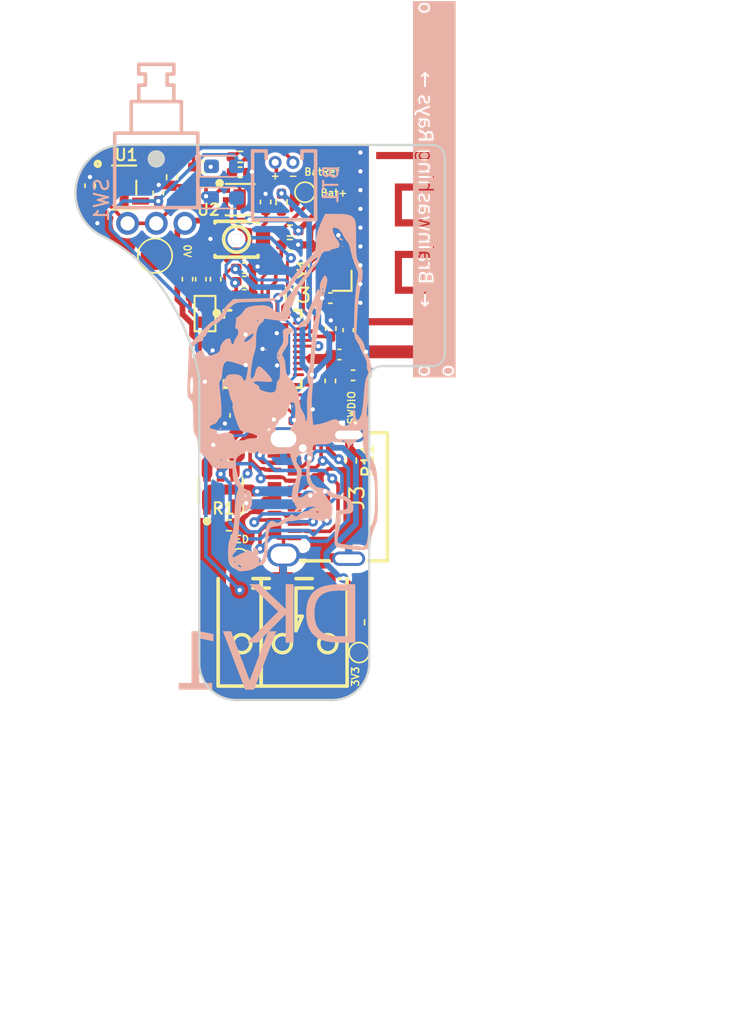
<source format=kicad_pcb>
(kicad_pcb (version 20221018) (generator pcbnew)
  (title_block (title "BLEEarrings (Blade Runner)") (date "2023-10-30") (rev "00.00") (company "Kitty and Dom"))
  (layers (0 "F.Cu" signal) (31 "B.Cu" signal) (34 "B.Paste" user) (35 "F.Paste" user) (36 "B.SilkS" user "B.Silkscreen") (37 "F.SilkS" user "F.Silkscreen") (38 "B.Mask" user) (39 "F.Mask" user) (44 "Edge.Cuts" user))
  (net 0 "")
  (net 1 "GND")
  (net 2 "+3V3")
  (net 3 "Net-(D4-K)")
  (net 4 "LED_A")
  (net 5 "NEO_LED")
  (net 6 "BatRef")
  (net 7 "+BATT")
  (net 8 "Net-(ANT1-FP)")
  (net 9 "/Power/VBAT")
  (net 10 "Net-(BT1--)")
  (net 11 "Net-(J2-Pin_1)")
  (net 12 "Net-(U3-DEC1)")
  (net 13 "Net-(U3-XC1)")
  (net 14 "Net-(C5-Pad1)")
  (net 15 "DEC6")
  (net 16 "Net-(U3-ANT)")
  (net 17 "Net-(U3-DECUSB)")
  (net 18 "/DSP/VBUS")
  (net 19 "Net-(U3-DEC3)")
  (net 20 "Pair")
  (net 21 "Net-(U3-P0.01_XL2)")
  (net 22 "Net-(U3-P0.00_XL1)")
  (net 23 "Net-(BT1-+)")
  (net 24 "Net-(D1-K)")
  (net 25 "Net-(U3-XC2)")
  (net 26 "D+")
  (net 27 "D-")
  (net 29 "/DSP/nReset")
  (net 31 "Net-(U1-STAT)")
  (net 32 "Net-(U1-PROG)")
  (net 45 "SWO_L")
  (net 46 "unconnected-(U3-P0.17-Pad15)")
  (net 48 "Net-(D2-I{slash}O1-Pad1)")
  (net 49 "Net-(D2-I{slash}O2-Pad3)")
  (net 50 "SWDIO_L")
  (net 51 "SWDCLK_L")
  (net 52 "Net-(U3-P0.18_nRESET)")
  (net 53 "Net-(U3-P0.20)")
  (net 54 "Net-(U3-SWDCLK)")
  (net 55 "Net-(U3-SWDIO)")
  (net 56 "Net-(J3-CC1)")
  (net 57 "Net-(J3-CC2)")
  (footprint "Resistor_SMD:R_0201_0603Metric" (layer "F.Cu") (at 142.75 60.19 90)
    (fp_text reference "R5" hide)
    (fp_text value "NF")
  )
  (footprint "easyeda2kicad:WDFN-6_L2.0-W2.0-P0.65-BL-EP" (layer "F.Cu") (at 141.08 45.88 -90)
    (fp_text reference "U2")
    (fp_text value "XB6096I2SV")
  )
  (footprint "easyeda2kicad:TYPE-C-SMD_C9900025773" (layer "F.Cu") (at 146.1 66.62 90)
    (fp_text reference "J3")
    (fp_text value "USB_C_Receptacle")
  )
  (footprint "easyeda2kicad:CONN-SMD_2059-302" (layer "F.Cu") (at 145.58 76.23 -90)
    (fp_text reference "J2" hide)
    (fp_text value "Screw_Terminal_01x02")
  )
  (footprint "Resistor_SMD:R_0402_1005Metric_Pad0.72x0.64mm_HandSolder" (layer "F.Cu") (at 136.36 44.3125 -90)
    (fp_text reference "R4" hide)
    (fp_text value "4k99")
  )
  (footprint "easyeda2kicad:SOT-23-6_L2.9-W1.6-P0.95-LS2.8-BL" (layer "F.Cu") (at 139.75 66.18)
    (fp_text reference "D2")
    (fp_text value "USBLC6-2SC6_C2687116")
  )
  (footprint "Resistor_SMD:R_0402_1005Metric_Pad0.72x0.64mm_HandSolder" (layer "F.Cu") (at 149.42 75.3825 90)
    (fp_text reference "R9" hide)
    (fp_text value "470")
  )
  (footprint "Capacitor_SMD:C_0402_1005Metric_Pad0.74x0.62mm_HandSolder" (layer "F.Cu") (at 141.1125 43.97)
    (fp_text reference "C18" hide)
    (fp_text value "100n")
  )
  (footprint "easyeda2kicad:CRYSTAL-SMD_L1.6-W1.0" (layer "F.Cu") (at 138.66 53.83 90)
    (fp_text reference "Y2" hide)
    (fp_text value " X161032768KLD2SI")
  )
  (footprint "Resistor_SMD:R_0402_1005Metric_Pad0.72x0.64mm_HandSolder" (layer "F.Cu") (at 141.1225 42.89)
    (fp_text reference "R3" hide)
    (fp_text value "100")
  )
  (footprint "RF_Antenna:Texas_SWRA117D_2.4GHz_Left" (layer "F.Cu") (at 149.9 54.4 -90)
    (fp_text reference "ANT1" hide)
    (fp_text value "~")
  )
  (footprint "Capacitor_SMD:C_0402_1005Metric_Pad0.74x0.62mm_HandSolder" (layer "F.Cu") (at 141.4075 51.59)
    (fp_text reference "C17" hide)
    (fp_text value "NC")
  )
  (footprint "TestPoint:TestPoint_Pad_D1.0mm" (layer "F.Cu") (at 145.64 45.36)
    (fp_text reference "TP9" hide)
    (fp_text value "TestPoint")
  )
  (footprint "easyeda2kicad:QFN-40_L5.0-W5.0-P0.40-TL-EP3.6" (layer "F.Cu") (at 142.680167 56.3)
    (fp_text reference "U3")
    (fp_text value "NRF52833-QDAA-R7")
  )
  (footprint "Capacitor_SMD:C_0402_1005Metric_Pad0.74x0.62mm_HandSolder" (layer "F.Cu") (at 139.4 51.43 -90)
    (fp_text reference "C2" hide)
    (fp_text value "100n")
  )
  (footprint "Capacitor_SMD:C_0402_1005Metric_Pad0.74x0.62mm_HandSolder" (layer "F.Cu") (at 141.4075 50.66 180)
    (fp_text reference "C1" hide)
    (fp_text value "1u")
  )
  (footprint "Capacitor_SMD:C_0402_1005Metric_Pad0.74x0.62mm_HandSolder" (layer "F.Cu") (at 140.05 60.94 90)
    (fp_text reference "C9" hide)
    (fp_text value "4.7u")
  )
  (footprint "Capacitor_SMD:C_0402_1005Metric_Pad0.74x0.62mm_HandSolder" (layer "F.Cu") (at 147.44 54.8725 90)
    (fp_text reference "C11" hide)
    (fp_text value "100p")
  )
  (footprint "Capacitor_SMD:C_0402_1005Metric_Pad0.74x0.62mm_HandSolder" (layer "F.Cu") (at 149 58.14)
    (fp_text reference "C5" hide)
    (fp_text value "1.2p")
  )
  (footprint "Resistor_SMD:R_0402_1005Metric_Pad0.72x0.64mm_HandSolder" (layer "F.Cu") (at 138.4375 44.66)
    (fp_text reference "R12" hide)
    (fp_text value "220")
  )
  (footprint "TestPoint:TestPoint_Pad_D1.0mm" (layer "F.Cu") (at 149.42 77.49)
    (fp_text reference "TP11" hide)
    (fp_text value "TestPoint")
  )
  (footprint "easyeda2kicad:CRYSTAL-SMD_4P-L2.0-W1.6-BL" (layer "F.Cu") (at 147.44 50.59 90)
    (fp_text reference "Y1")
    (fp_text value "XL7EL89CKI-111YLC-32M ")
  )
  (footprint "Capacitor_SMD:C_0402_1005Metric_Pad0.74x0.62mm_HandSolder" (layer "F.Cu") (at 147.4025 48.36 180)
    (fp_text reference "C4" hide)
    (fp_text value "12p")
  )
  (footprint "easyeda2kicad:KEY-SMD_L3.0-W2.5-LS4.0" (layer "F.Cu") (at 140.86 48.64 180)
    (fp_text reference "SW2" hide)
    (fp_text value "SW_DIP_x01")
  )
  (footprint "Resistor_SMD:R_0201_0603Metric" (layer "F.Cu") (at 143.5 60.65 -90)
    (fp_text reference "R6" hide)
    (fp_text value "NF")
  )
  (footprint "Capacitor_SMD:C_0402_1005Metric_Pad0.74x0.62mm_HandSolder" (layer "F.Cu") (at 147.4125 52.75)
    (fp_text reference "C3" hide)
    (fp_text value "12p")
  )
  (footprint "Capacitor_SMD:C_0402_1005Metric_Pad0.74x0.62mm_HandSolder" (layer "F.Cu") (at 139.11 60.2 90)
    (fp_text reference "C10" hide)
    (fp_text value "4.7u")
  )
  (footprint "Capacitor_SMD:C_0402_1005Metric_Pad0.74x0.62mm_HandSolder" (layer "F.Cu") (at 145.4225 61.32)
    (fp_text reference "C6" hide)
    (fp_text value "100n")
  )
  (footprint "Capacitor_SMD:C_0402_1005Metric_Pad0.74x0.62mm_HandSolder" (layer "F.Cu") (at 141.4075 52.52)
    (fp_text reference "C7" hide)
    (fp_text value "1u")
  )
  (footprint "Capacitor_SMD:C_0402_1005Metric_Pad0.74x0.62mm_HandSolder" (layer "F.Cu") (at 130.64 44.905 90)
    (fp_text reference "C13" hide)
    (fp_text value "10u")
  )
  (footprint "Resistor_SMD:R_0402_1005Metric_Pad0.72x0.64mm_HandSolder" (layer "F.Cu") (at 144.5825 49.04 180)
    (fp_text reference "R14" hide)
    (fp_text value "33k")
  )
  (footprint "Capacitor_SMD:C_0402_1005Metric_Pad0.74x0.62mm_HandSolder" (layer "F.Cu") (at 138.37 51.43 -90)
    (fp_text reference "C16" hide)
    (fp_text value "8p")
  )
  (footprint "Capacitor_SMD:C_0402_1005Metric_Pad0.74x0.62mm_HandSolder" (layer "F.Cu") (at 142.89 46.04 -90)
    (fp_text reference "C14" hide)
    (fp_text value "100n")
  )
  (footprint "Inductor_SMD:L_0402_1005Metric_Pad0.77x0.64mm_HandSolder" (layer "F.Cu") (at 148.04 56.69)
    (fp_text reference "L1" hide)
    (fp_text value "4.7n")
  )
  (footprint "Resistor_SMD:R_0201_0603Metric" (layer "F.Cu") (at 148.05 60.48 -90)
    (fp_text reference "R7" hide)
    (fp_text value "NF")
  )
  (footprint "Capacitor_SMD:C_0402_1005Metric_Pad0.74x0.62mm_HandSolder" (layer "F.Cu") (at 137.44 51.43 -90)
    (fp_text reference "C15" hide)
    (fp_text value "8p")
  )
  (footprint "Capacitor_SMD:C_0402_1005Metric_Pad0.74x0.62mm_HandSolder" (layer "F.Cu") (at 139.19 56.97 -90)
    (fp_text reference "C12" hide)
    (fp_text value "4.7u")
  )
  (footprint "Resistor_SMD:R_0402_1005Metric_Pad0.72x0.64mm_HandSolder" (layer "F.Cu") (at 148.84 64.0875 -90)
    (fp_text reference "R11")
    (fp_text value "5k1")
  )
  (footprint "TestPoint:TestPoint_Pad_D2.0mm" (layer "F.Cu") (at 135.17 49.79)
    (fp_text reference "TP16" hide)
    (fp_text value "TestPoint")
  )
  (footprint "Resistor_SMD:R_0402_1005Metric_Pad0.72x0.64mm_HandSolder" (layer "F.Cu") (at 138.4375 43.59 180)
    (fp_text reference "R1" hide)
    (fp_text value "2k")
  )
  (footprint "Inductor_SMD:L_0402_1005Metric_Pad0.77x0.64mm_HandSolder" (layer "F.Cu") (at 148.66 54.9875 90)
    (fp_text reference "L2" hide)
    (fp_text value "2.2n")
  )
  (footprint "easyeda2kicad:SOT-23-5_L3.0-W1.7-P0.95-LS2.8-BL" (layer "F.Cu") (at 133.0175 45.03 -90)
    (fp_text reference "U1")
    (fp_text value "MCP73831T-2ACI/OT")
  )
  (footprint "Resistor_SMD:R_0201_0603Metric" (layer "F.Cu") (at 146.95 60.74 90)
    (fp_text reference "R8" hide)
    (fp_text value "NF")
  )
  (footprint "easyeda2kicad:CONN-SMD_custom1" (layer "F.Cu") (at 139.58 76.23 -90)
    (fp_text reference "J1" hide)
    (fp_text value "Screw_Terminal_01x01")
  )
  (footprint "Capacitor_SMD:C_0402_1005Metric_Pad0.74x0.62mm_HandSolder" (layer "F.Cu") (at 147.41 58.53 -90)
    (fp_text reference "C8" hide)
    (fp_text value "1p")
  )
  (footprint "Capacitor_SMD:C_0402_1005Metric_Pad0.74x0.62mm_HandSolder" (layer "F.Cu") (at 135.4 45.4125 90)
    (fp_text reference "C19" hide)
    (fp_text value "10u")
  )
  (footprint "Resistor_SMD:R_0402_1005Metric_Pad0.72x0.64mm_HandSolder" (layer "F.Cu") (at 140.3325 68.61)
    (fp_text reference "R10")
    (fp_text value "5k1")
  )
  (footprint "Resistor_SMD:R_0402_1005Metric_Pad0.72x0.64mm_HandSolder" (layer "F.Cu") (at 144 46.06 90)
    (fp_text reference "R2" hide)
    (fp_text value "2k")
  )
  (footprint "Resistor_SMD:R_0402_1005Metric_Pad0.72x0.64mm_HandSolder" (layer "F.Cu") (at 144.5825 48.04)
    (fp_text reference "R13" hide)
    (fp_text value "100k")
  )
  (footprint "TestPoint:TestPoint_Pad_D1.0mm" (layer "F.Cu") (at 141.05 70.94)
    (fp_text reference "TP10" hide)
    (fp_text value "TestPoint")
  )
  (footprint "LED_SMD:LED_0603_1608Metric_Pad1.05x0.95mm_HandSolder" (layer "B.Cu") (at 139.985 43.55)
    (fp_text reference "D1" hide)
    (fp_text value "RED LED")
  )
  (footprint "LED_SMD:LED_0603_1608Metric_Pad1.05x0.95mm_HandSolder" (layer "B.Cu") (at 139.985 45.76)
    (fp_text reference "D4" hide)
    (fp_text value "BLUE LED")
  )
  (footprint "CustomPads:OT2" (layer "B.Cu") (at 144.288151 59.147229 180)
    (fp_text reference "G***" hide)
    (fp_text value "LOGO" hide)
  )
  (footprint "easyeda2kicad:SW-TH_TK-6580B-1" (layer "B.Cu") (at 135.2575 47.5325)
    (fp_text reference "SW1")
    (fp_text value "TK-6580B-1")
    (fp_circle (center 0 -4.5) (end 0.6 -4.5) (fill solid) (layer "Edge.Cuts"))
  )
  (footprint "easyeda2kicad:CONN-TH_1.25-2AW" (layer "B.Cu") (at 144.18 43.28 180)
    (fp_text reference "BT1")
    (fp_text value "Battery")
  )
  (gr_line (start 132.984534 42.050001) (end 154.54 42.059999) (stroke (width 0.16)) (layer "Edge.Cuts"))
  (gr_curve (pts (xy 138.26253 58.3) (xy 137.6 54.67) (xy 135.4 50.34) (xy 131.560357 48.453075)) (stroke (width 0.16)) (layer "Edge.Cuts"))
  (gr_arc (start 131.560357 48.453075) (mid 129.701142 44.679627) (end 132.984534 42.050001) (stroke (width 0.16)) (layer "Edge.Cuts"))
  (gr_arc (start 154.54 42.059999) (mid 155.148277 42.311955) (end 155.400233 42.920232) (stroke (width 0.16)) (layer "Edge.Cuts"))
  (gr_arc (start 155.400233 56.639767) (mid 155.148277 57.248044) (end 154.54 57.5) (stroke (width 0.16)) (layer "Edge.Cuts"))
  (gr_line (start 140.84 80.80287) (end 147.546642 80.80287) (stroke (width 0.16)) (layer "Edge.Cuts"))
  (gr_arc (start 140.84 80.80287) (mid 139.01727 80.047503) (end 138.26253 78.224512) (stroke (width 0.16)) (layer "Edge.Cuts"))
  (gr_line (start 150.125 58.358277) (end 150.125 78.2254) (stroke (width 0.16)) (layer "Edge.Cuts"))
  (gr_line (start 138.26253 58.3) (end 138.26253 78.224512) (stroke (width 0.16)) (layer "Edge.Cuts"))
  (gr_arc (start 150.125 78.2254) (mid 149.369633 80.04813) (end 147.546642 80.80287) (stroke (width 0.16)) (layer "Edge.Cuts"))
  (gr_arc (start 150.125 58.358277) (mid 150.376956 57.750001) (end 150.985233 57.498044) (stroke (width 0.16)) (layer "Edge.Cuts"))
  (gr_line (start 154.54 57.5) (end 150.985233 57.498044) (stroke (width 0.16)) (layer "Edge.Cuts"))
  (gr_line (start 155.400233 56.639767) (end 155.400233 42.920232) (stroke (width 0.16)) (layer "Edge.Cuts"))
  (gr_text "DK" (at 149.7 77.48) (layer "B.SilkS") (effects (font (size 4 4)) (justify left bottom mirror)))
  (gr_text "V1" (at 143.69 80.76) (layer "B.SilkS") (effects (font (size 4 4)) (justify left bottom mirror)))
  (gr_text "o     \no         ← Brainwashing Rays →         o" (at 153.41 58.254249 -90) (layer "B.SilkS" knockout) (effects (font (size 1 1)) (justify left bottom mirror)))
  (gr_text "LED" (at 141.05 69.59) (layer "F.SilkS") (effects (font (size 0.5 0.5) (thickness 0.1) bold)))
  (gr_text "BatRef" (at 146.82 43.94) (layer "F.SilkS") (effects (font (size 0.5 0.5) (thickness 0.1) bold)))
  (gr_text "3V3" (at 149.16 79.17 90) (layer "F.SilkS") (effects (font (size 0.5 0.5) (thickness 0.1) bold)))
  (gr_text "0V" (at 137.42 49.46 270) (layer "F.SilkS") (effects (font (size 0.5 0.5) (thickness 0.1) bold)))
  (gr_text "SWDIO" (at 148.89 60.4 90) (layer "F.SilkS") (effects (font (size 0.5 0.5) (thickness 0.1) bold)))
  (gr_text "+" (at 143.56 44.21) (layer "F.SilkS") (effects (font (size 0.5 0.5) (thickness 0.1) bold)))
  (gr_text "SWO" (at 142.27 61.32) (layer "F.SilkS") (effects (font (size 0.5 0.5) (thickness 0.1) bold)))
  (gr_text "RST" (at 141.68 59.85) (layer "F.SilkS") (effects (font (size 0.5 0.5) (thickness 0.1) bold)))
  (gr_text "Bat+" (at 147.66 45.41) (layer "F.SilkS") (effects (font (size 0.5 0.5) (thickness 0.1) bold)))
  (gr_text "-" (at 144.81 44.21) (layer "F.SilkS") (effects (font (size 0.5 0.5) (thickness 0.1) bold)))
  (segment (start 142.331784 50.55229) (end 142.332973 50.55229) (width 0.2) (layer "F.Cu") (net 1))
  (segment (start 146.8475 52.69) (end 146.8475 52.74751) (width 0.25) (layer "F.Cu") (net 1))
  (segment (start 139.75 67.33) (end 139.739967 67.33) (width 0.25) (layer "F.Cu") (net 1))
  (segment (start 144.66 63.74) (end 144.91 63.99) (width 0.25) (layer "F.Cu") (net 1))
  (segment (start 144.14 70.68) (end 148.43 70.68) (width 0.25) (layer "F.Cu") (net 1))
  (segment (start 142.35 45.4725) (end 142.889968 45.4725) (width 0.25) (layer "F.Cu") (net 1))
  (segment (start 144.12 69.5) (end 144.91 69.5) (width 0.25) (layer "F.Cu") (net 1))
  (segment (start 130.64 44.31) (end 130.63 44.3) (width 0.25) (layer "F.Cu") (net 1))
  (segment (start 142.1125 46.535) (end 142.1125 45.885) (width 0.25) (layer "F.Cu") (net 1))
  (segment (start 142.080167 55.7) (end 142.680167 56.3) (width 0.2) (layer "F.Cu") (net 1))
  (segment (start 139.01 48.64) (end 139.02 48.64) (width 0.25) (layer "F.Cu") (net 1))
  (segment (start 142.331784 50.55229) (end 142.080167 50.803907) (width 0.2) (layer "F.Cu") (net 1))
  (segment (start 149.5675 58.14) (end 149.5675 56.6825) (width 0.7) (layer "F.Cu") (net 1))
  (segment (start 144.12 69.5) (end 144.14 69.52) (width 0.25) (layer "F.Cu") (net 1))
  (segment (start 145.16 49.04) (end 145.16 49.02) (width 0.25) (layer "F.Cu") (net 1))
  (segment (start 139.735 68.61) (end 139.735 67.345) (width 0.25) (layer "F.Cu") (net 1))
  (segment (start 145.943496 61.256486) (end 145.943496 62.156504) (width 0.25) (layer "F.Cu") (net 1))
  (segment (start 139.11 60.7675) (end 139.310039 60.7675) (width 0.25) (layer "F.Cu") (net 1))
  (segment (start 142.6475 45.23) (end 142.89 45.4725) (width 0.25) (layer "F.Cu") (net 1))
  (segment (start 137.59 44.91) (end 137.84 44.66) (width 0.25) (layer "F.Cu") (net 1))
  (segment (start 139.19 56.4025) (end 139.19 56.40253) (width 0.25) (layer "F.Cu") (net 1))
  (segment (start 144.14 69.52) (end 144.14 70.68) (width 0.25) (layer "F.Cu") (net 1))
  (segment (start 142.080167 50.803907) (end 142.080167 53.8) (width 0.2) (layer "F.Cu") (net 1))
  (segment (start 145.943496 62.156504) (end 145.54 62.56) (width 0.25) (layer "F.Cu") (net 1))
  (segment (start 148.01 49.69) (end 148.01 48.399966) (width 0.25) (layer "F.Cu") (net 1))
  (segment (start 139.739967 67.33) (end 139.739947 67.32998) (width 0.25) (layer "F.Cu") (net 1))
  (segment (start 146.8475 52.74751) (end 146.84501 52.75) (width 0.25) (layer "F.Cu") (net 1))
  (segment (start 142.309494 50.53) (end 142.331784 50.55229) (width 0.2) (layer "F.Cu") (net 1))
  (segment (start 142.331784 50.55229) (end 141.119494 49.34) (width 0.25) (layer "F.Cu") (net 1))
  (segment (start 139.735 67.345) (end 139.75 67.33) (width 0.25) (layer "F.Cu") (net 1))
  (segment (start 144.53 63.74) (end 144.66 63.74) (width 0.25) (layer "F.Cu") (net 1))
  (segment (start 130.64 44.3375) (end 130.64 44.31) (width 0.25) (layer "F.Cu") (net 1))
  (segment (start 143.51 63.74) (end 144.53 63.74) (width 0.25) (layer "F.Cu") (net 1))
  (segment (start 147.935 48.45) (end 147.935 48.394966) (width 0.2) (layer "F.Cu") (net 1))
  (segment (start 148.89 62.5) (end 148.69 62.3) (width 0.25) (layer "F.Cu") (net 1))
  (segment (start 148.89 63.585) (end 148.89 62.5) (width 0.25) (layer "F.Cu") (net 1))
  (segment (start 146.89 51.29) (end 146.89 52.70501) (width 0.25) (layer "F.Cu") (net 1))
  (segment (start 135.4 44.845) (end 135.425 44.845) (width 0.25) (layer "F.Cu") (net 1))
  (segment (start 142.332973 50.55229) (end 142.397892 50.617209) (width 0.2) (layer "F.Cu") (net 1))
  (segment (start 135.425 44.845) (end 135.43 44.85) (width 0.25) (layer "F.Cu") (net 1))
  (segment (start 139.11247 56.40253) (end 139.19 56.40253) (width 0.25) (layer "F.Cu") (net 1))
  (segment (start 148.43 70.68) (end 148.69 70.94) (width 0.25) (layer "F.Cu") (net 1))
  (segment (start 138.99 56.525) (end 139.11247 56.40253) (width 0.25) (layer "F.Cu") (net 1))
  (segment (start 142.204982 50.53) (end 142.309494 50.53) (width 0.2) (layer "F.Cu") (net 1))
  (segment (start 139.310039 60.7675) (end 140.050013 61.507474) (width 0.25) (layer "F.Cu") (net 1))
  (segment (start 142.1125 45.235) (end 142.35 45.4725) (width 0.25) (layer "F.Cu") (net 1))
  (segment (start 142 45.23) (end 142.6475 45.23) (width 0.25) (layer "F.Cu") (net 1))
  (segment (start 143.51 63.74) (end 143.51 63.19) (width 0.25) (layer "F.Cu") (net 1))
  (segment (start 141.119494 49.34) (end 139.76 49.34) (width 0.25) (layer "F.Cu") (net 1))
  (segment (start 144.53 62.95) (end 144.53 63.74) (width 0.25) (layer "F.Cu") (net 1))
  (segment (start 143.77 69.5) (end 144.12 69.5) (width 0.25) (layer "F.Cu") (net 1))
  (segment (start 139.76 49.34) (end 139.04 48.62) (width 0.25) (layer "F.Cu") (net 1))
  (segment (start 142.080167 53.8) (end 142.080167 55.7) (width 0.2) (layer "F.Cu") (net 1))
  (segment (start 143.51 63.19) (end 144.14 62.56) (width 0.25) (layer "F.Cu") (net 1))
  (segment (start 149.5675 56.6825) (end 149.75 56.5) (width 0.7) (layer "F.Cu") (net 1))
  (segment (start 148.01 48.399966) (end 147.97 48.359966) (width 0.25) (layer "F.Cu") (net 1))
  (segment (start 144.14 62.56) (end 144.53 62.95) (width 0.25) (layer "F.Cu") (net 1))
  (segment (start 145.54 62.56) (end 144.14 62.56) (width 0.25) (layer "F.Cu") (net 1))
  (segment (start 147.935 48.394966) (end 147.97 48.359966) (width 0.2) (layer "F.Cu") (net 1))
  (segment (start 143.51 69.24) (end 143.77 69.5) (width 0.25) (layer "F.Cu") (net 1))
  (segment (start 136.36 44.91) (end 137.59 44.91) (width 0.25) (layer "F.Cu") (net 1))
  (segment (start 139.02 48.64) (end 139.04 48.62) (width 0.25) (layer "F.Cu") (net 1))
  (segment (start 146.89 52.70501) (end 146.84501 52.75) (width 0.25) (layer "F.Cu") (net 1))
  (via (at 130.63 44.3) (size 0.7) (drill 0.3) (layers "F.Cu" "B.Cu") (net 1))
  (via (at 131.15 47.52) (size 0.7) (drill 0.3) (layers "F.Cu" "B.Cu") (net 1))
  (via (at 146.183033 60.517629) (size 0.7) (drill 0.3) (layers "F.Cu" "B.Cu") (net 1))
  (via (at 146.84501 52.75) (size 0.7) (drill 0.3) (layers "F.Cu" "B.Cu") (net 1))
  (via (at 149.51 42.59) (size 0.7) (drill 0.3) (layers "F.Cu" "B.Cu") (net 1))
  (via (at 139.19 56.40253) (size 0.7) (drill 0.3) (layers "F.Cu" "B.Cu") (net 1))
  (via (at 147.97 48.359966) (size 0.7) (drill 0.3) (layers "F.Cu" "B.Cu") (net 1))
  (via (at 149.51 45.2125) (size 0.7) (drill 0.3) (layers "F.Cu" "B.Cu") (net 1))
  (via (at 149.51 43.90125) (size 0.7) (drill 0.3) (layers "F.Cu" "B.Cu") (net 1))
  (via (at 149.51 53.08) (size 0.7) (drill 0.3) (layers "F.Cu" "B.Cu") (net 1))
  (via (at 141.5 57.42) (size 0.7) (drill 0.3) (layers "F.Cu" "B.Cu") (net 1))
  (via (at 139.739947 67.32998) (size 0.7) (drill 0.3) (layers "F.Cu" "B.Cu") (net 1))
  (via (at 135.43 44.85) (size 0.7) (drill 0.3) (layers "F.Cu" "B.Cu") (net 1))
  (via (at 143.67 55.2) (size 0.7) (drill 0.3) (layers "F.Cu" "B.Cu") (net 1))
  (via (at 140.050013 61.507474) (size 0.7) (drill 0.3) (layers "F.Cu" "B.Cu") (net 1))
  (via (at 149.51 46.52375) (size 0.7) (drill 0.3) (layers "F.Cu" "B.Cu") (net 1))
  (via (at 149.51 50.4575) (size 0.7) (drill 0.3) (layers "F.Cu" "B.Cu") (net 1))
  (via (at 143.69 57.45) (size 0.7) (drill 0.3) (layers "F.Cu" "B.Cu") (net 1))
  (via (at 142.331784 50.55229) (size 0.7) (drill 0.3) (layers "F.Cu" "B.Cu") (net 1))
  (via (at 145.16 49.02) (size 0.7) (drill 0.3) (layers "F.Cu" "B.Cu") (net 1))
  (via (at 141.489906 55.294767) (size 0.7) (drill 0.3) (layers "F.Cu" "B.Cu") (net 1))
  (via (at 149.51 51.76875) (size 0.7) (drill 0.3) (layers "F.Cu" "B.Cu") (net 1))
  (via (at 149.51 47.835) (size 0.7) (drill 0.3) (layers "F.Cu" "B.Cu") (net 1))
  (via (at 147.439998 54.305001) (size 0.7) (drill 0.3) (layers "F.Cu" "B.Cu") (net 1))
  (via (at 149.51 49.14625) (size 0.7) (drill 0.3) (layers "F.Cu" "B.Cu") (net 1))
  (via (at 142.889968 45.4725) (size 0.7) (drill 0.3) (layers "F.Cu" "B.Cu") (net 1))
  (via (at 141.921403 43.930861) (size 0.7) (drill 0.3) (layers "F.Cu" "B.Cu") (net 1))
  (via (at 142.680167 56.3) (size 0.7) (drill 0.3) (layers "F.Cu" "B.Cu") (net 1))
  (via (at 139.04 48.62) (size 0.7) (drill 0.3) (layers "F.Cu" "B.Cu") (net 1))
  (segment (start 144.4 62.3) (end 144.14 62.56) (width 0.25) (layer "B.Cu") (net 1))
  (segment (start 149.42 73.390498) (end 148.329502 72.3) (width 0.4) (layer "F.Cu") (net 2))
  (segment (start 144.000015 45.482515) (end 144.000015 45.442515) (width 0.4) (layer "F.Cu") (net 2))
  (segment (start 140.880167 53.8) (end 140.022384 52.942217) (width 0.2) (layer "F.Cu") (net 2))
  (segment (start 140.022384 52.942217) (end 140.022384 51.137616) (width 0.2) (layer "F.Cu") (net 2))
  (segment (start 140.022384 51.137616) (end 140.431904 50.728096) (width 0.2) (layer "F.Cu") (net 2))
  (segment (start 141.0225 50.91) (end 141.08 50.91) (width 0.2) (layer "F.Cu") (net 2))
  (segment (start 144.871066 60.90261) (end 143.680167 59.711711) (width 0.2) (layer "F.Cu") (net 2))
  (segment (start 149.42 74.785) (end 149.42 73.390498) (width 0.4) (layer "F.Cu") (net 2))
  (segment (start 143.680167 59.711711) (end 143.680167 58.8) (width 0.2) (layer "F.Cu") (net 2))
  (segment (start 140.431904 50.728096) (end 140.777162 50.728096) (width 0.2) (layer "F.Cu") (net 2))
  (segment (start 144.871066 61.265418) (end 144.871066 60.90261) (width 0.2) (layer "F.Cu") (net 2))
  (via (at 146.129667 58.1) (size 0.7) (drill 0.3) (layers "F.Cu" "B.Cu") (net 2))
  (via (at 145.187098 54.2505) (size 0.7) (drill 0.3) (layers "F.Cu" "B.Cu") (net 2))
  (via (at 140.777162 50.728096) (size 0.7) (drill 0.3) (layers "F.Cu" "B.Cu") (net 2))
  (via (at 148.329502 72.3) (size 0.7) (drill 0.3) (layers "F.Cu" "B.Cu") (net 2))
  (via (at 144.871066 61.265418) (size 0.7) (drill 0.3) (layers "F.Cu" "B.Cu") (net 2))
  (via (at 144.000015 45.442515) (size 0.7) (drill 0.3) (layers "F.Cu" "B.Cu") (net 2))
  (segment (start 148.27 63.2) (end 149.19312 64.12312) (width 0.4) (layer "B.Cu") (net 2))
  (segment (start 144.072714 51.982676) (end 142.116331 51.982676) (width 0.4) (layer "B.Cu") (net 2))
  (segment (start 144.514441 53.577843) (end 144.514441 52.424403) (width 0.4) (layer "B.Cu") (net 2))
  (segment (start 142.116331 51.982676) (end 140.861751 50.728096) (width 0.4) (layer "B.Cu") (net 2))
  (segment (start 146.129667 58.1) (end 147.34 56.889667) (width 0.4) (layer "B.Cu") (net 2))
  (segment (start 145.38 54.655534) (end 145.46 54.735535) (width 0.4) (layer "B.Cu") (net 2))
  (segment (start 144.871066 61.265418) (end 144.892474 61.24401) (width 0.4) (layer "B.Cu") (net 2))
  (segment (start 145.38 54.443402) (end 145.38 54.655534) (width 0.4) (layer "B.Cu") (net 2))
  (segment (start 147.667208 63.2) (end 148.27 63.2) (width 0.4) (layer "B.Cu") (net 2))
  (segment (start 145.187098 54.2505) (end 145.38 54.443402) (width 0.4) (layer "B.Cu") (net 2))
  (segment (start 145.930002 53.350002) (end 145.930002 47.372502) (width 0.4) (layer "B.Cu") (net 2))
  (segment (start 147.34 55.41) (end 146.569999 54.639999) (width 0.4) (layer "B.Cu") (net 2))
  (segment (start 145.46 57.430333) (end 146.129667 58.1) (width 0.4) (layer "B.Cu") (net 2))
  (segment (start 147.14 70.567208) (end 147.14 71.312792) (width 0.4) (layer "B.Cu") (net 2))
  (segment (start 147.14 71.312792) (end 148.127208 72.3) (width 0.4) (layer "B.Cu") (net 2))
  (segment (start 144.871066 59.358601) (end 144.871066 61.265418) (width 0.4) (layer "B.Cu") (net 2))
  (segment (start 144.892474 61.265418) (end 146.533831 62.906775) (width 0.4) (layer "B.Cu") (net 2))
  (segment (start 147.34 56.889667) (end 147.34 55.41) (width 0.4) (layer "B.Cu") (net 2))
  (segment (start 140.861751 50.728096) (end 140.777162 50.728096) (width 0.4) (layer "B.Cu") (net 2))
  (segment (start 149.19312 64.12312) (end 149.19312 68.514088) (width 0.4) (layer "B.Cu") (net 2))
  (segment (start 146.569999 54.639999) (end 146.569999 53.989999) (width 0.4) (layer "B.Cu") (net 2))
  (segment (start 144.514441 52.424403) (end 144.072714 51.982676) (width 0.4) (layer "B.Cu") (net 2))
  (segment (start 145.187098 54.2505) (end 144.514441 53.577843) (width 0.4) (layer "B.Cu") (net 2))
  (segment (start 149.19312 68.514088) (end 147.14 70.567208) (width 0.4) (layer "B.Cu") (net 2))
  (segment (start 147.373983 62.906775) (end 147.667208 63.2) (width 0.4) (layer "B.Cu") (net 2))
  (segment (start 148.127208 72.3) (end 148.329502 72.3) (width 0.4) (layer "B.Cu") (net 2))
  (segment (start 146.533831 62.906775) (end 147.373983 62.906775) (width 0.4) (layer "B.Cu") (net 2))
  (segment (start 145.46 54.735535) (end 145.46 57.430333) (width 0.4) (layer "B.Cu") (net 2))
  (segment (start 146.569999 53.989999) (end 145.930002 53.350002) (width 0.4) (layer "B.Cu") (net 2))
  (segment (start 145.930002 47.372502) (end 144.000015 45.442515) (width 0.4) (layer "B.Cu") (net 2))
  (segment (start 146.129667 58.1) (end 144.871066 59.358601) (width 0.4) (layer "B.Cu") (net 2))
  (segment (start 138.730603 44.964397) (end 139.035 44.66) (width 0.25) (layer "F.Cu") (net 3))
  (segment (start 138.730603 45.6405) (end 138.730603 44.964397) (width 0.25) (layer "F.Cu") (net 3))
  (via (at 138.730603 45.6405) (size 0.7) (drill 0.3) (layers "F.Cu" "B.Cu") (net 3))
  (segment (start 138.910103 45.82) (end 139.01 45.82) (width 0.25) (layer "B.Cu") (net 3))
  (segment (start 138.730603 45.6405) (end 138.910103 45.82) (width 0.25) (layer "B.Cu") (net 3))
  (segment (start 144.412683 50.205188) (end 144.66 49.957871) (width 0.2) (layer "F.Cu") (net 4))
  (segment (start 144.080167 53.8) (end 144.080167 53.334315) (width 0.2) (layer "F.Cu") (net 4))
  (segment (start 144.414756 52.999726) (end 144.414756 52.466178) (width 0.2) (layer "F.Cu") (net 4))
  (segment (start 144.414441 52.465863) (end 144.414441 52.465825) (width 0.2) (layer "F.Cu") (net 4))
  (segment (start 144.080167 53.334315) (end 144.414756 52.999726) (width 0.2) (layer "F.Cu") (net 4))
  (segment (start 144.412683 52.464067) (end 144.412683 50.205188) (width 0.2) (layer "F.Cu") (net 4))
  (segment (start 144.414441 52.465825) (end 144.412683 52.464067) (width 0.2) (layer "F.Cu") (net 4))
  (segment (start 144.414756 52.466178) (end 144.414441 52.465863) (width 0.2) (layer "F.Cu") (net 4))
  (via (at 144.66 49.957871) (size 0.7) (drill 0.3) (layers "F.Cu" "B.Cu") (net 4))
  (segment (start 140.76 47.360359) (end 141.939641 48.54) (width 0.25) (layer "B.Cu") (net 4))
  (segment (start 143.26 48.54) (end 144.66 49.94) (width 0.25) (layer "B.Cu") (net 4))
  (segment (start 141.939641 48.54) (end 143.26 48.54) (width 0.25) (layer "B.Cu") (net 4))
  (segment (start 144.66 49.94) (end 144.66 49.957871) (width 0.25) (layer "B.Cu") (net 4))
  (segment (start 140.76 45.82) (end 140.76 47.360359) (width 0.25) (layer "B.Cu") (net 4))
  (segment (start 141.05 73.1) (end 141.08 73.13) (width 0.25) (layer "F.Cu") (net 5))
  (segment (start 141.05 71) (end 141.05 73.1) (width 0.25) (layer "F.Cu") (net 5))
  (segment (start 143.680167 52.815076) (end 143.76231 52.732933) (width 0.2) (layer "F.Cu") (net 5))
  (segment (start 141.08 73.13) (end 140.82 73.13) (width 0.25) (layer "F.Cu") (net 5))
  (segment (start 143.680167 53.8) (end 143.680167 52.815076) (width 0.2) (layer "F.Cu") (net 5))
  (segment (start 141.08 73.13) (end 141.08 79.33) (width 0.25) (layer "F.Cu") (net 5))
  (segment (start 140.71 73.5) (end 141.08 73.13) (width 0.25) (layer "F.Cu") (net 5))
  (via (at 143.76231 52.732933) (size 0.7) (drill 0.3) (layers "F.Cu" "B.Cu") (net 5))
  (via (at 141.08 73.13) (size 0.7) (drill 0.3) (layers "F.Cu" "B.Cu") (net 5))
  (segment (start 144.96 58.19) (end 144.01 59.14) (width 0.2) (layer "B.Cu") (net 5))
  (segment (start 144.96 54.942641) (end 144.96 58.19) (width 0.2) (layer "B.Cu") (net 5))
  (segment (start 144.01 59.76301) (end 141.429193 62.343817) (width 0.2) (layer "B.Cu") (net 5))
  (segment (start 143.76231 53.744951) (end 144.96 54.942641) (width 0.2) (layer "B.Cu") (net 5))
  (segment (start 138.72 63.75753) (end 138.59 63.62753) (width 0.25) (layer "B.Cu") (net 5))
  (segment (start 141.429193 62.343817) (end 138.843713 62.343817) (width 0.2) (layer "B.Cu") (net 5))
  (segment (start 141.08 73.13) (end 138.72 70.77) (width 0.25) (layer "B.Cu") (net 5))
  (segment (start 138.59 62.59753) (end 138.59 63.62753) (width 0.2) (layer "B.Cu") (net 5))
  (segment (start 144.01 59.14) (end 144.01 59.76301) (width 0.2) (layer "B.Cu") (net 5))
  (segment (start 138.843713 62.343817) (end 138.59 62.59753) (width 0.2) (layer "B.Cu") (net 5))
  (segment (start 138.72 70.77) (end 138.72 63.75753) (width 0.25) (layer "B.Cu") (net 5))
  (segment (start 143.76231 52.732933) (end 143.76231 53.744951) (width 0.2) (layer "B.Cu") (net 5))
  (segment (start 143.985 48.04) (end 145.67 46.355) (width 0.25) (layer "F.Cu") (net 6))
  (segment (start 143.0675 52.6475) (end 143.07 52.65) (width 0.25) (layer "F.Cu") (net 6))
  (segment (start 143.985 48.04) (end 143.985 49.02) (width 0.25) (layer "F.Cu") (net 6))
  (segment (start 145.65 46.335) (end 145.65 45.35) (width 0.25) (layer "F.Cu") (net 6))
  (segment (start 143.6 51.6) (end 143.0675 52.1325) (width 0.25) (layer "F.Cu") (net 6))
  (segment (start 143.6 50.235) (end 143.6 51.6) (width 0.25) (layer "F.Cu") (net 6))
  (segment (start 143.985 49.85) (end 143.6 50.235) (width 0.25) (layer "F.Cu") (net 6))
  (segment (start 145.67 46.355) (end 145.65 46.335) (width 0.25) (layer "F.Cu") (net 6))
  (segment (start 143.0675 52.1325) (end 143.0675 52.6475) (width 0.25) (layer "F.Cu") (net 6))
  (segment (start 143.985 49.02) (end 143.965 49.04) (width 0.25) (layer "F.Cu") (net 6))
  (segment (start 143.985 49.04) (end 143.985 49.85) (width 0.25) (layer "F.Cu") (net 6))
  (segment (start 143.280167 53.8) (end 143.280167 53.16863) (width 0.2) (layer "F.Cu") (net 6))
  (segment (start 143.280167 53.16863) (end 143.07 52.958463) (width 0.2) (layer "F.Cu") (net 6))
  (segment (start 143.280167 53.8) (end 143.280167 53.82) (width 0.2) (layer "F.Cu") (net 6))
  (segment (start 143.07 52.958463) (end 143.07 52.65) (width 0.2) (layer "F.Cu") (net 6))
  (segment (start 136.73 48.06) (end 136.73 52.84) (width 0.4) (layer "F.Cu") (net 7))
  (segment (start 138.24 56.780661) (end 138.250773 56.791434) (width 0.4) (layer "F.Cu") (net 7))
  (segment (start 145.18 48.04) (end 145.179974 48.04) (width 0.4) (layer "F.Cu") (net 7))
  (segment (start 140.180167 57.7) (end 139.580167 57.7) (width 0.2) (layer "F.Cu") (net 7))
  (segment (start 137.76 55.3) (end 138.24 55.78) (width 0.4) (layer "F.Cu") (net 7))
  (segment (start 138.24 55.78) (end 138.24 56.780661) (width 0.4) (layer "F.Cu") (net 7))
  (segment (start 137.25 47.54) (end 137.2575 47.5325) (width 0.2) (layer "F.Cu") (net 7))
  (segment (start 136.73 52.84) (end 137.090144 53.200144) (width 0.4) (layer "F.Cu") (net 7))
  (segment (start 137.76 54.542462) (end 137.76 55.3) (width 0.4) (layer "F.Cu") (net 7))
  (segment (start 137.2575 47.5325) (end 137.45 47.34) (width 0.4) (layer "F.Cu") (net 7))
  (segment (start 137.2575 47.5325) (end 136.73 48.06) (width 0.4) (layer "F.Cu") (net 7))
  (segment (start 141.694921 47.34) (end 141.771408 47.263513) (width 0.4) (layer "F.Cu") (net 7))
  (segment (start 138.250773 57.020773) (end 138.5225 57.2925) (width 0.4) (layer "F.Cu") (net 7))
  (segment (start 138.250773 56.791434) (end 138.250773 57.020773) (width 0.4) (layer "F.Cu") (net 7))
  (segment (start 146.78 46.44) (end 147.39 46.44) (width 0.4) (layer "F.Cu") (net 7))
  (segment (start 139.580167 57.7) (end 139.540167 57.66) (width 0.2) (layer "F.Cu") (net 7))
  (segment (start 137.090144 53.200144) (end 137.090144 53.872606) (width 0.4) (layer "F.Cu") (net 7))
  (segment (start 145.18 48.04) (end 146.78 46.44) (width 0.4) (layer "F.Cu") (net 7))
  (segment (start 138.6225 57.2925) (end 138.99 57.66) (width 0.4) (layer "F.Cu") (net 7))
  (segment (start 139.540167 57.66) (end 138.99 57.66) (width 0.2) (layer "F.Cu") (net 7))
  (segment (start 137.45 47.34) (end 141.694921 47.34) (width 0.4) (layer "F.Cu") (net 7))
  (segment (start 138.5225 57.2925) (end 138.6225 57.2925) (width 0.4) (layer "F.Cu") (net 7))
  (segment (start 137.090144 53.872606) (end 137.76 54.542462) (width 0.4) (layer "F.Cu") (net 7))
  (via (at 145.179974 48.04) (size 0.7) (drill 0.3) (layers "F.Cu" "B.Cu") (net 7))
  (via (at 141.771408 47.263513) (size 0.7) (drill 0.3) (layers "F.Cu" "B.Cu") (net 7))
  (segment (start 144.403487 47.263513) (end 145.179974 48.04) (width 0.4) (layer "B.Cu") (net 7))
  (segment (start 141.771408 47.263513) (end 144.403487 47.263513) (width 0.4) (layer "B.Cu") (net 7))
  (segment (start 148.66 54.415) (end 149.735 54.415) (width 0.7) (layer "F.Cu") (net 8))
  (segment (start 149.89 54.41) (end 149.9 54.4) (width 0.25) (layer "F.Cu") (net 8))
  (segment (start 149.735 54.415) (end 149.75 54.4) (width 0.7) (layer "F.Cu") (net 8))
  (segment (start 140.94 43.662828) (end 140.94 43.522828) (width 0.25) (layer "F.Cu") (net 9))
  (segment (start 131.97 46.245) (end 133.2575 47.5325) (width 0.25) (layer "F.Cu") (net 9))
  (segment (start 131.97 45.98) (end 131.97 46.245) (width 0.25) (layer "F.Cu") (net 9))
  (segment (start 139.069595 46.315) (end 139.465 45.919595) (width 0.25) (layer "F.Cu") (net 9))
  (segment (start 130.64 45.4725) (end 131.1475 45.98) (width 0.25) (layer "F.Cu") (net 9))
  (segment (start 140.632828 43.97) (end 140.94 43.662828) (width 0.25) (layer "F.Cu") (net 9))
  (segment (start 140.94 43.522828) (end 141.572828 42.89) (width 0.25) (layer "F.Cu") (net 9))
  (segment (start 140.16 45.23) (end 140.16 44.49) (width 0.25) (layer "F.Cu") (net 9))
  (segment (start 135.2575 47.5325) (end 136.475 46.315) (width 0.25) (layer "F.Cu") (net 9))
  (segment (start 133.2575 47.5325) (end 135.2575 47.5325) (width 0.25) (layer "F.Cu") (net 9))
  (segment (start 139.465 45.919595) (end 139.465 45.425) (width 0.25) (layer "F.Cu") (net 9))
  (segment (start 140.545 43.97) (end 140.632828 43.97) (width 0.25) (layer "F.Cu") (net 9))
  (segment (start 140.16 44.49) (end 140.525 44.125) (width 0.25) (layer "F.Cu") (net 9))
  (segment (start 131.1475 45.98) (end 131.97 45.98) (width 0.25) (layer "F.Cu") (net 9))
  (segment (start 139.66 45.23) (end 140.16 45.23) (width 0.25) (layer "F.Cu") (net 9))
  (segment (start 139.465 45.425) (end 139.66 45.23) (width 0.25) (layer "F.Cu") (net 9))
  (segment (start 141.6775 43.09) (end 141.56 43.09) (width 0.25) (layer "F.Cu") (net 9))
  (segment (start 136.475 46.315) (end 139.069595 46.315) (width 0.25) (layer "F.Cu") (net 9))
  (segment (start 141.572828 42.89) (end 141.72 42.89) (width 0.25) (layer "F.Cu") (net 9))
  (segment (start 143.64 44.16) (end 143.64 43.26) (width 0.25) (layer "F.Cu") (net 10))
  (segment (start 141.08 45.88) (end 141.08 44.905) (width 0.25) (layer "F.Cu") (net 10))
  (segment (start 143.17 44.63) (end 143.64 44.16) (width 0.25) (layer "F.Cu") (net 10))
  (segment (start 141.355 44.63) (end 143.17 44.63) (width 0.25) (layer "F.Cu") (net 10))
  (segment (start 141.08 44.905) (end 141.355 44.63) (width 0.25) (layer "F.Cu") (net 10))
  (segment (start 140.16 45.88) (end 141.08 45.88) (width 0.25) (layer "F.Cu") (net 10))
  (segment (start 140.16 45.88) (end 140.16 46.53) (width 0.25) (layer "F.Cu") (net 10))
  (segment (start 149.42 75.98) (end 147.76 75.98) (width 0.25) (layer "F.Cu") (net 11))
  (segment (start 147.76 75.98) (end 147.535 75.755) (width 0.25) (layer "F.Cu") (net 11))
  (segment (start 149.42 77.52) (end 149.36 77.58) (width 0.25) (layer "F.Cu") (net 11))
  (segment (start 149.42 75.98) (end 149.42 77.52) (width 0.25) (layer "F.Cu") (net 11))
  (segment (start 147.08 75.3) (end 147.535 75.755) (width 0.25) (layer "F.Cu") (net 11))
  (segment (start 147.08 79.33) (end 147.08 75.3) (width 0.25) (layer "F.Cu") (net 11))
  (segment (start 147.08 75.3) (end 147.08 73.13) (width 0.25) (layer "F.Cu") (net 11))
  (segment (start 139.4 52.125) (end 139.46 52.185) (width 0.2) (layer "F.Cu") (net 12))
  (segment (start 140.180167 53.965686) (end 140.180167 54.5) (width 0.2) (layer "F.Cu") (net 12))
  (segment (start 139.46 52.185) (end 139.46 53.245519) (width 0.2) (layer "F.Cu") (net 12))
  (segment (start 139.46 53.245519) (end 140.180167 53.965686) (width 0.2) (layer "F.Cu") (net 12))
  (segment (start 146.355167 54.862437) (end 146.37 54.847604) (width 0.25) (layer "F.Cu") (net 13))
  (segment (start 145.87444 55.3) (end 146.145076 55.029364) (width 0.2) (layer "F.Cu") (net 13))
  (segment (start 147.99 51.29) (end 147.99 51.24) (width 0.2) (layer "F.Cu") (net 13))
  (segment (start 145.965167 50.974437) (end 146.349604 50.59) (width 0.25) (layer "F.Cu") (net 13))
  (segment (start 147.7475 51.5475) (end 147.785 51.51) (width 0.25) (layer "F.Cu") (net 13))
  (segment (start 147.99 51.09) (end 147.99 51.29) (width 0.25) (layer "F.Cu") (net 13))
  (segment (start 145.180167 55.3) (end 145.87444 55.3) (width 0.2) (layer "F.Cu") (net 13))
  (segment (start 146.145076 55.029364) (end 146.18824 55.029364) (width 0.2) (layer "F.Cu") (net 13))
  (segment (start 146.18824 55.029364) (end 146.355167 54.862437) (width 0.2) (layer "F.Cu") (net 13))
  (segment (start 145.965167 53.437578) (end 145.965167 50.974437) (width 0.25) (layer "F.Cu") (net 13))
  (segment (start 147.98 51.3) (end 147.99 51.29) (width 0.25) (layer "F.Cu") (net 13))
  (segment (start 146.349604 50.59) (end 147.49 50.59) (width 0.25) (layer "F.Cu") (net 13))
  (segment (start 146.37 54.847604) (end 146.37 53.842411) (width 0.25) (layer "F.Cu") (net 13))
  (segment (start 147.98 52.75) (end 147.98 51.3) (width 0.25) (layer "F.Cu") (net 13))
  (segment (start 147.49 50.59) (end 147.99 51.09) (width 0.25) (layer "F.Cu") (net 13))
  (segment (start 146.37 53.842411) (end 145.965167 53.437578) (width 0.25) (layer "F.Cu") (net 13))
  (segment (start 147.7825 51.5125) (end 147.785 51.51) (width 0.25) (layer "F.Cu") (net 13))
  (segment (start 148.6125 56.94) (end 148.6125 57.96) (width 0.7) (layer "F.Cu") (net 14))
  (segment (start 148.6125 57.96) (end 148.4325 58.14) (width 0.7) (layer "F.Cu") (net 14))
  (segment (start 148.66 56.8925) (end 148.6125 56.94) (width 0.7) (layer "F.Cu") (net 14))
  (segment (start 148.66 55.56) (end 148.66 56.8925) (width 0.7) (layer "F.Cu") (net 14))
  (segment (start 140.84 52.52) (end 140.904738 52.52) (width 0.25) (layer "F.Cu") (net 15))
  (segment (start 140.84 52.62) (end 140.84 51.69) (width 0.25) (layer "F.Cu") (net 15))
  (segment (start 145.180167 56.1) (end 146.571908 56.1) (width 0.2) (layer "F.Cu") (net 15))
  (segment (start 141.680167 53.8) (end 141.680167 53.295429) (width 0.2) (layer "F.Cu") (net 15))
  (segment (start 146.571908 56.1) (end 146.575288 56.10338) (width 0.2) (layer "F.Cu") (net 15))
  (segment (start 140.904738 52.52) (end 141.655167 53.270429) (width 0.25) (layer "F.Cu") (net 15))
  (segment (start 141.655167 53.270429) (end 141.655167 53.295429) (width 0.25) (layer "F.Cu") (net 15))
  (via (at 146.575288 56.10338) (size 0.7) (drill 0.3) (layers "F.Cu" "B.Cu") (net 15))
  (via (at 140.756309 51.683316) (size 0.7) (drill 0.3) (layers "F.Cu" "B.Cu") (net 15))
  (segment (start 142.323437 51.482676) (end 141.71 50.869239) (width 0.2) (layer "B.Cu") (net 15))
  (segment (start 145.31 52.512855) (end 145.31 53.437107) (width 0.2) (layer "B.Cu") (net 15))
  (segment (start 144.205064 51.485064) (end 144.282209 51.485064) (width 0.2) (layer "B.Cu") (net 15))
  (segment (start 141.71 50.869239) (end 141.71 50.740001) (width 0.2) (layer "B.Cu") (net 15))
  (segment (start 140.7 51.739625) (end 140.756309 51.683316) (width 0.2) (layer "B.Cu") (net 15))
  (segment (start 144.282209 51.485064) (end 145.31 52.512855) (width 0.2) (layer "B.Cu") (net 15))
  (segment (start 140.125372 50.455388) (end 140.125372 51.052379) (width 0.2) (layer "B.Cu") (net 15))
  (segment (start 144.205064 51.482676) (end 142.323437 51.482676) (width 0.2) (layer "B.Cu") (net 15))
  (segment (start 145.96 55.488092) (end 146.575288 56.10338) (width 0.2) (layer "B.Cu") (net 15))
  (segment (start 140.989999 50.02) (end 140.56076 50.02) (width 0.2) (layer "B.Cu") (net 15))
  (segment (start 140.7 51.84) (end 140.7 51.739625) (width 0.2) (layer "B.Cu") (net 15))
  (segment (start 140.56076 50.02) (end 140.125372 50.455388) (width 0.2) (layer "B.Cu") (net 15))
  (segment (start 140.125372 51.052379) (end 140.756309 51.683316) (width 0.2) (layer "B.Cu") (net 15))
  (segment (start 141.71 50.740001) (end 140.989999 50.02) (width 0.2) (layer "B.Cu") (net 15))
  (segment (start 145.96 54.087107) (end 145.96 55.488092) (width 0.2) (layer "B.Cu") (net 15))
  (segment (start 145.31 53.437107) (end 145.96 54.087107) (width 0.2) (layer "B.Cu") (net 15))
  (segment (start 146.102786 57.00338) (end 147.15412 57.00338) (width 0.7) (layer "F.Cu") (net 16))
  (segment (start 147.4675 57.905) (end 147.41 57.9625) (width 0.7) (layer "F.Cu") (net 16))
  (segment (start 147.15412 57.00338) (end 147.4675 56.69) (width 0.7) (layer "F.Cu") (net 16))
  (segment (start 145.180167 56.9) (end 145.86 56.9) (width 0.2) (layer "F.Cu") (net 16))
  (segment (start 146.07543 56.976024) (end 146.102786 57.00338) (width 0.7) (layer "F.Cu") (net 16))
  (segment (start 147.4675 56.69) (end 147.4675 57.905) (width 0.7) (layer "F.Cu") (net 16))
  (segment (start 140.255 58.8) (end 140.855167 58.8) (width 0.25) (layer "F.Cu") (net 17))
  (segment (start 140.05 60.3725) (end 140.05 59.005) (width 0.25) (layer "F.Cu") (net 17))
  (segment (start 140.05 59.005) (end 140.255 58.8) (width 0.25) (layer "F.Cu") (net 17))
  (segment (start 140.050013 60.644971) (end 140.050013 60.507474) (width 0.25) (layer "F.Cu") (net 17))
  (segment (start 139.7195 58.585667) (end 138.660668 58.585667) (width 0.25) (layer "F.Cu") (net 18))
  (segment (start 138.655 58.579999) (end 138.655 59.1775) (width 0.25) (layer "F.Cu") (net 18))
  (segment (start 138.655 59.1775) (end 139.11 59.6325) (width 0.25) (layer "F.Cu") (net 18))
  (segment (start 146.477997 67.677881) (end 147.085319 68.285203) (width 0.25) (layer "F.Cu") (net 18))
  (segment (start 144.91 67.99) (end 144.335 67.99) (width 0.25) (layer "F.Cu") (net 18))
  (segment (start 144.91 67.99) (end 145.606688 67.99) (width 0.25) (layer "F.Cu") (net 18))
  (segment (start 145.918807 67.677881) (end 146.477997 67.677881) (width 0.25) (layer "F.Cu") (net 18))
  (segment (start 143.525 65.265) (end 144.11 65.265) (width 0.25) (layer "F.Cu") (net 18))
  (segment (start 142.635761 65.25) (end 143.51 65.25) (width 0.25) (layer "F.Cu") (net 18))
  (segment (start 143.56 67.79) (end 144.135 67.79) (width 0.25) (layer "F.Cu") (net 18))
  (segment (start 138.475 58.759999) (end 138.475 62.228817) (width 0.25) (layer "F.Cu") (net 18))
  (segment (start 143.51 67.74) (end 143.56 67.79) (width 0.25) (layer "F.Cu") (net 18))
  (segment (start 139.7195 58.585667) (end 140.180167 58.125) (width 0.25) (layer "F.Cu") (net 18))
  (segment (start 145.606688 67.99) (end 145.918807 67.677881) (width 0.25) (layer "F.Cu") (net 18))
  (segment (start 139.770012 65.05) (end 139.750012 65.03) (width 0.25) (layer "F.Cu") (net 18))
  (segment (start 144.31 65.465) (end 144.31 65.5) (width 0.25) (layer "F.Cu") (net 18))
  (segment (start 142.546261 65.3395) (end 142.635761 65.25) (width 0.25) (layer "F.Cu") (net 18))
  (segment (start 144.11 65.265) (end 144.31 65.465) (width 0.25) (layer "F.Cu") (net 18))
  (segment (start 144.335 67.99) (end 144.135 67.79) (width 0.25) (layer "F.Cu") (net 18))
  (segment (start 147.085319 68.285203) (end 147.160201 68.285203) (width 0.25) (layer "F.Cu") (net 18))
  (segment (start 138.660668 58.585667) (end 138.655 58.579999) (width 0.25) (layer "F.Cu") (net 18))
  (segment (start 135.4 45.98) (end 134.27 45.98) (width 0.25) (layer "F.Cu") (net 18))
  (segment (start 144.91 65.5) (end 144.31 65.5) (width 0.25) (layer "F.Cu") (net 18))
  (segment (start 138.655 58.579999) (end 138.475 58.759999) (width 0.25) (layer "F.Cu") (net 18))
  (segment (start 138.475 62.228817) (end 139.24 62.993817) (width 0.25) (layer "F.Cu") (net 18))
  (via (at 135.4 45.98) (size 0.7) (drill 0.3) (layers "F.Cu" "B.Cu") (net 18))
  (via (at 142.546261 65.3395) (size 0.7) (drill 0.3) (layers "F.Cu" "B.Cu") (net 18))
  (via (at 138.655 58.579999) (size 0.7) (drill 0.3) (layers "F.Cu" "B.Cu") (net 18))
  (via (at 147.160201 68.285203) (size 0.7) (drill 0.3) (layers "F.Cu" "B.Cu") (net 18))
  (via (at 139.24 62.993817) (size 0.7) (drill 0.3) (layers "F.Cu" "B.Cu") (net 18))
  (via (at 139.750012 65.03) (size 0.7) (drill 0.3) (layers "F.Cu" "B.Cu") (net 18))
  (segment (start 140.4702 64.309812) (end 139.750012 65.03) (width 0.25) (layer "B.Cu") (net 18))
  (segment (start 142.536382 65.329621) (end 142.398669 65.329621) (width 0.25) (layer "B.Cu") (net 18))
  (segment (start 135.4 45.932924) (end 138.582924 42.75) (width 0.25) (layer "B.Cu") (net 18))
  (segment (start 132.05 47.915991) (end 138.065 53.930991) (width 0.25) (layer "B.Cu") (net 18))
  (segment (start 141.526269 69.564159) (end 142.532081 69.564159) (width 0.25) (layer "B.Cu") (net 18))
  (segment (start 138.582924 42.75) (end 140.64 42.75) (width 0.25) (layer "B.Cu") (net 18))
  (segment (start 140.87 42.98) (end 140.86 42.99) (width 0.25) (layer "B.Cu") (net 18))
  (segment (start 139.750012 65.03) (end 140.414947 65.694935) (width 0.25) (layer "B.Cu") (net 18))
  (segment (start 139.750012 63.503829) (end 139.24 62.993817) (width 0.25) (layer "B.Cu") (net 18))
  (segment (start 145.924925 68.97) (end 146.224821 69.269896) (width 0.25) (layer "B.Cu") (net 18))
  (segment (start 146.224821 69.269896) (end 146.250355 69.269896) (width 0.25) (layer "B.Cu") (net 18))
  (segment (start 139.750012 65.03) (end 139.750012 63.503829) (width 0.25) (layer "B.Cu") (net 18))
  (segment (start 135.4 45.98) (end 132.94 45.98) (width 0.25) (layer "B.Cu") (net 18))
  (segment (start 142.546261 65.3395) (end 142.536382 65.329621) (width 0.25) (layer "B.Cu") (net 18))
  (segment (start 147.160201 68.36005) (end 147.160201 68.285203) (width 0.25) (layer "B.Cu") (net 18))
  (segment (start 132.05 46.87) (end 132.05 47.915991) (width 0.25) (layer "B.Cu") (net 18))
  (segment (start 138.065 56.355) (end 138.655 56.945) (width 0.25) (layer "B.Cu") (net 18))
  (segment (start 142.546261 65.3395) (end 142.546261 64.943218) (width 0.25) (layer "B.Cu") (net 18))
  (segment (start 140.86 42.99) (end 140.86 43.55) (width 0.25) (layer "B.Cu") (net 18))
  (segment (start 140.414947 65.694935) (end 140.414947 68.452837) (width 0.25) (layer "B.Cu") (net 18))
  (segment (start 138.065 53.930991) (end 138.065 56.355) (width 0.25) (layer "B.Cu") (net 18))
  (segment (start 140.64 42.75) (end 140.87 42.98) (width 0.25) (layer "B.Cu") (net 18))
  (segment (start 135.4 45.98) (end 135.4 45.932924) (width 0.25) (layer "B.Cu") (net 18))
  (segment (start 146.250355 69.269896) (end 147.160201 68.36005) (width 0.25) (layer "B.Cu") (net 18))
  (segment (start 132.94 45.98) (end 132.05 46.87) (width 0.25) (layer "B.Cu") (net 18))
  (segment (start 143.12624 68.97) (end 145.924925 68.97) (width 0.25) (layer "B.Cu") (net 18))
  (segment (start 138.655 56.945) (end 138.655 58.579999) (width 0.25) (layer "B.Cu") (net 18))
  (segment (start 142.532081 69.564159) (end 143.12624 68.97) (width 0.25) (layer "B.Cu") (net 18))
  (segment (start 141.912855 64.309812) (end 140.4702 64.309812) (width 0.25) (layer "B.Cu") (net 18))
  (segment (start 142.546261 64.943218) (end 141.912855 64.309812) (width 0.25) (layer "B.Cu") (net 18))
  (segment (start 140.414947 68.452837) (end 141.526269 69.564159) (width 0.25) (layer "B.Cu") (net 18))
  (segment (start 147.44 55.44) (end 147.42838 55.42838) (width 0.25) (layer "F.Cu") (net 19))
  (segment (start 145.180167 55.7) (end 146.040124 55.7) (width 0.2) (layer "F.Cu") (net 19))
  (segment (start 146.040124 55.7) (end 146.325124 55.415) (width 0.2) (layer "F.Cu") (net 19))
  (segment (start 147.42838 55.42838) (end 146.390265 55.42838) (width 0.25) (layer "F.Cu") (net 19))
  (segment (start 142.6425 51.349037) (end 143.16 50.831537) (width 0.2) (layer "F.Cu") (net 20))
  (segment (start 142.71 47.69) (end 142.92 47.48) (width 0.25) (layer "F.Cu") (net 20))
  (segment (start 143.16 50.831537) (end 143.16 49.09) (width 0.2) (layer "F.Cu") (net 20))
  (segment (start 142.880167 53.334315) (end 142.6425 53.096647) (width 0.2) (layer "F.Cu") (net 20))
  (segment (start 142.880167 53.8) (end 142.880167 53.334315) (width 0.2) (layer "F.Cu") (net 20))
  (segment (start 142.92 46.6375) (end 142.89 46.6075) (width 0.25) (layer "F.Cu") (net 20))
  (segment (start 144 46.6375) (end 142.92 46.6375) (width 0.25) (layer "F.Cu") (net 20))
  (segment (start 142.71 47.69) (end 142.71 48.64) (width 0.25) (layer "F.Cu") (net 20))
  (segment (start 142.92 47.48) (end 142.92 46.8675) (width 0.25) (layer "F.Cu") (net 20))
  (segment (start 142.6425 53.096647) (end 142.6425 51.349037) (width 0.2) (layer "F.Cu") (net 20))
  (segment (start 143.16 49.09) (end 142.71 48.64) (width 0.2) (layer "F.Cu") (net 20))
  (segment (start 137.615144 52.982682) (end 137.44 52.807538) (width 0.25) (layer "F.Cu") (net 21))
  (segment (start 137.44 52.807538) (end 137.44 51.9975) (width 0.25) (layer "F.Cu") (net 21))
  (segment (start 138.66 54.43) (end 138.36 54.43) (width 0.2) (layer "F.Cu") (net 21))
  (segment (start 137.615144 53.655144) (end 137.615144 52.982682) (width 0.25) (layer "F.Cu") (net 21))
  (segment (start 138.66 54.500761) (end 138.66 54.43) (width 0.2) (layer "F.Cu") (net 21))
  (segment (start 138.39 54.43) (end 137.615144 53.655144) (width 0.25) (layer "F.Cu") (net 21))
  (segment (start 139.459239 55.3) (end 138.66 54.500761) (width 0.2) (layer "F.Cu") (net 21))
  (segment (start 138.66 54.43) (end 138.39 54.43) (width 0.25) (layer "F.Cu") (net 21))
  (segment (start 140.180167 55.3) (end 139.459239 55.3) (width 0.2) (layer "F.Cu") (net 21))
  (segment (start 140.180167 54.9) (end 139.624925 54.9) (width 0.2) (layer "F.Cu") (net 22))
  (segment (start 139.46 53.811205) (end 138.878795 53.23) (width 0.2) (layer "F.Cu") (net 22))
  (segment (start 138.53 53.1) (end 138.53 52.5175) (width 0.25) (layer "F.Cu") (net 22))
  (segment (start 138.37 52.3575) (end 138.53 52.5175) (width 0.25) (layer "F.Cu") (net 22))
  (segment (start 138.878795 53.23) (end 138.66 53.23) (width 0.2) (layer "F.Cu") (net 22))
  (segment (start 138.66 53.23) (end 138.53 53.1) (width 0.25) (layer "F.Cu") (net 22))
  (segment (start 138.37 51.985) (end 138.37 52.3575) (width 0.25) (layer "F.Cu") (net 22))
  (segment (start 139.624925 54.9) (end 139.46 54.735075) (width 0.2) (layer "F.Cu") (net 22))
  (segment (start 139.46 54.735075) (end 139.46 53.811205) (width 0.2) (layer "F.Cu") (net 22))
  (segment (start 140.672172 42.89) (end 141.317172 42.245) (width 0.25) (layer "F.Cu") (net 23))
  (segment (start 141.317172 42.245) (end 143.865 42.245) (width 0.25) (layer "F.Cu") (net 23))
  (segment (start 140.525 42.89) (end 140.672172 42.89) (width 0.25) (layer "F.Cu") (net 23))
  (segment (start 143.865 42.245) (end 144.88 43.26) (width 0.25) (layer "F.Cu") (net 23))
  (via (at 139.057514 43.589993) (size 0.7) (drill 0.3) (layers "F.Cu" "B.Cu") (net 24))
  (segment (start 145.681208 54.9) (end 145.180167 54.9) (width 0.2) (layer "F.Cu") (net 25))
  (segment (start 146.8225 49.6525) (end 146.86 49.69) (width 0.25) (layer "F.Cu") (net 25))
  (segment (start 145.905167 54.013974) (end 145.905167 54.676041) (width 0.25) (layer "F.Cu") (net 25))
  (segment (start 146.8225 48.44) (end 146.8225 49.6525) (width 0.25) (layer "F.Cu") (net 25))
  (segment (start 146.613208 49.69) (end 146.86 49.69) (width 0.25) (layer "F.Cu") (net 25))
  (segment (start 145.515167 50.788041) (end 145.515167 53.623974) (width 0.25) (layer "F.Cu") (net 25))
  (segment (start 145.180167 54.9) (end 145.42 54.9) (width 0.2) (layer "F.Cu") (net 25))
  (segment (start 145.515167 50.788041) (end 146.613208 49.69) (width 0.25) (layer "F.Cu") (net 25))
  (segment (start 145.515167 53.623974) (end 145.905167 54.013974) (width 0.25) (layer "F.Cu") (net 25))
  (segment (start 145.905167 54.676041) (end 145.681208 54.9) (width 0.2) (layer "F.Cu") (net 25))
  (segment (start 141.965 60.245) (end 141.83 60.11) (width 0.2) (layer "F.Cu") (net 26))
  (segment (start 141.065 63.749757) (end 141.065 63.169464) (width 0.75) (layer "F.Cu") (net 26))
  (segment (start 140.7 65.03) (end 140.7 64.114757) (width 0.75) (layer "F.Cu") (net 26))
  (segment (start 141.680167 59.265685) (end 141.680167 58.8) (width 0.2) (layer "F.Cu") (net 26))
  (segment (start 141.065 63.169464) (end 141.965 62.269464) (width 0.75) (layer "F.Cu") (net 26))
  (segment (start 141.83 59.415518) (end 141.680167 59.265685) (width 0.2) (layer "F.Cu") (net 26))
  (segment (start 141.83 60.11) (end 141.83 59.415518) (width 0.2) (layer "F.Cu") (net 26))
  (segment (start 140.7 64.114757) (end 141.065 63.749757) (width 0.75) (layer "F.Cu") (net 26))
  (segment (start 141.965 62.269464) (end 141.965 60.242553) (width 0.75) (layer "F.Cu") (net 26))
  (segment (start 140.165 63.376965) (end 140.165 62.796672) (width 0.75) (layer "F.Cu") (net 27))
  (segment (start 138.8 64.21745) (end 138.91 64.10745) (width 0.75) (layer "F.Cu") (net 27))
  (segment (start 141.06 59.874761) (end 141.2 59.734761) (width 0.75) (layer "F.Cu") (net 27))
  (segment (start 138.92 64.10745) (end 139.108633 63.918817) (width 0.75) (layer "F.Cu") (net 27))
  (segment (start 141.06 61.901672) (end 141.06 59.874761) (width 0.75) (layer "F.Cu") (net 27))
  (segment (start 141.280167 58.8) (end 141.280167 59.654594) (width 0.2) (layer "F.Cu") (net 27))
  (segment (start 141.280167 59.654594) (end 141.2 59.734761) (width 0.2) (layer "F.Cu") (net 27))
  (segment (start 140.165 62.796672) (end 141.06 61.901672) (width 0.75) (layer "F.Cu") (net 27))
  (segment (start 139.623148 63.918817) (end 140.165 63.376965) (width 0.75) (layer "F.Cu") (net 27))
  (segment (start 138.8 65.03) (end 138.8 64.21745) (width 0.75) (layer "F.Cu") (net 27))
  (segment (start 139.108633 63.918817) (end 139.623148 63.918817) (width 0.75) (layer "F.Cu") (net 27))
  (segment (start 143.51 64.74) (end 142.868195 64.74) (width 0.25) (layer "F.Cu") (net 29))
  (segment (start 142.671712 60.578288) (end 142.671712 61.019049) (width 0.25) (layer "F.Cu") (net 29))
  (segment (start 141.810498 63.56) (end 141.810498 64.807574) (width 0.25) (layer "F.Cu") (net 29))
  (segment (start 142.671712 61.019049) (end 142.671712 63.032702) (width 0.2) (layer "F.Cu") (net 29))
  (segment (start 144.91 68.5) (end 146.051283 68.5) (width 0.25) (layer "F.Cu") (net 29))
  (segment (start 141.810498 64.807574) (end 141.63326 64.984812) (width 0.25) (layer "F.Cu") (net 29))
  (segment (start 142.43 63.032702) (end 142.597298 63.032702) (width 0.25) (layer "F.Cu") (net 29))
  (segment (start 146.051283 68.5) (end 146.198402 68.352881) (width 0.25) (layer "F.Cu") (net 29))
  (segment (start 142.455 64.665) (end 141.810498 64.020498) (width 0.25) (layer "F.Cu") (net 29))
  (segment (start 142.73 60.52) (end 142.671712 60.578288) (width 0.25) (layer "F.Cu") (net 29))
  (segment (start 142.793195 64.665) (end 142.455 64.665) (width 0.25) (layer "F.Cu") (net 29))
  (segment (start 142.205403 63.032702) (end 142.43 63.032702) (width 0.25) (layer "F.Cu") (net 29))
  (segment (start 141.810498 64.020498) (end 141.810498 63.56) (width 0.25) (layer "F.Cu") (net 29))
  (segment (start 142.191712 63.032702) (end 142.43 63.032702) (width 0.25) (layer "F.Cu") (net 29))
  (segment (start 142.868195 64.74) (end 142.793195 64.665) (width 0.25) (layer "F.Cu") (net 29))
  (segment (start 141.810498 63.56) (end 141.810498 63.427607) (width 0.25) (layer "F.Cu") (net 29))
  (segment (start 141.810498 63.427607) (end 142.205403 63.032702) (width 0.25) (layer "F.Cu") (net 29))
  (via (at 141.63326 64.984812) (size 0.7) (drill 0.3) (layers "F.Cu" "B.Cu") (net 29))
  (via (at 146.198402 68.352881) (size 0.7) (drill 0.3) (layers "F.Cu" "B.Cu") (net 29))
  (segment (start 142.378387 69.070803) (end 141.669309 69.070803) (width 0.25) (layer "B.Cu") (net 29))
  (segment (start 140.864947 65.753125) (end 141.63326 64.984812) (width 0.25) (layer "B.Cu") (net 29))
  (segment (start 141.669309 69.070803) (end 140.864947 68.266441) (width 0.25) (layer "B.Cu") (net 29))
  (segment (start 140.864947 68.266441) (end 140.864947 65.753125) (width 0.25) (layer "B.Cu") (net 29))
  (segment (start 143.096309 68.352881) (end 142.378387 69.070803) (width 0.25) (layer "B.Cu") (net 29))
  (segment (start 146.198402 68.352881) (end 143.096309 68.352881) (width 0.25) (layer "B.Cu") (net 29))
  (segment (start 137.8625 42.93) (end 137.48625 42.55375) (width 0.25) (layer "F.Cu") (net 31))
  (segment (start 133.7425 42.3075) (end 131.97 44.08) (width 0.25) (layer "F.Cu") (net 31))
  (segment (start 137.48625 42.55375) (end 137.2425 42.31) (width 0.25) (layer "F.Cu") (net 31))
  (segment (start 136.01 42.31) (end 136.0075 42.3075) (width 0.25) (layer "F.Cu") (net 31))
  (segment (start 137.8625 43.59) (end 137.8625 42.93) (width 0.25) (layer "F.Cu") (net 31))
  (segment (start 137.2425 42.31) (end 136.01 42.31) (width 0.25) (layer "F.Cu") (net 31))
  (segment (start 136.0075 42.3075) (end 133.7425 42.3075) (width 0.25) (layer "F.Cu") (net 31))
  (segment (start 134.27 44.08) (end 135.995 44.08) (width 0.25) (layer "F.Cu") (net 32))
  (segment (start 135.995 44.08) (end 136.36 43.715) (width 0.25) (layer "F.Cu") (net 32))
  (segment (start 143.475 64.215) (end 143.51 64.25) (width 0.25) (layer "F.Cu") (net 45))
  (segment (start 145.635 68.99) (end 145.67567 69.03067) (width 0.25) (layer "F.Cu") (net 45))
  (segment (start 147.36933 69.03067) (end 147.947923 68.452077) (width 0.25) (layer "F.Cu") (net 45))
  (segment (start 144.91 68.99) (end 145.635 68.99) (width 0.25) (layer "F.Cu") (net 45))
  (segment (start 147.947923 68.452077) (end 147.947923 65.75013) (width 0.25) (layer "F.Cu") (net 45))
  (segment (start 143.5 61.19225) (end 143.469153 61.223097) (width 0.25) (layer "F.Cu") (net 45))
  (segment (start 142.485498 63.707202) (end 142.485498 63.990498) (width 0.25) (layer "F.Cu") (net 45))
  (segment (start 147.947923 65.75013) (end 147.54312 65.345327) (width 0.25) (layer "F.Cu") (net 45))
  (segment (start 143.5 60.97) (end 143.5 61.19225) (width 0.25) (layer "F.Cu") (net 45))
  (segment (start 142.71 64.215) (end 143.475 64.215) (width 0.25) (layer "F.Cu") (net 45))
  (segment (start 145.67567 69.03067) (end 147.36933 69.03067) (width 0.25) (layer "F.Cu") (net 45))
  (segment (start 142.485498 63.990498) (end 142.71 64.215) (width 0.25) (layer "F.Cu") (net 45))
  (via (at 147.54312 65.345327) (size 0.7) (drill 0.3) (layers "F.Cu" "B.Cu") (net 45))
  (via (at 143.469153 61.223097) (size 0.7) (drill 0.3) (layers "F.Cu" "B.Cu") (net 45))
  (via (at 142.485498 63.707202) (size 0.7) (drill 0.3) (layers "F.Cu" "B.Cu") (net 45))
  (segment (start 142.485498 62.305857) (end 143.560809 61.230546) (width 0.2) (layer "B.Cu") (net 45))
  (segment (start 143.56034 64.782044) (end 146.979837 64.782044) (width 0.25) (layer "B.Cu") (net 45))
  (segment (start 146.979837 64.782044) (end 147.54312 65.345327) (width 0.25) (layer "B.Cu") (net 45))
  (segment (start 142.485498 63.707202) (end 142.485498 62.305857) (width 0.2) (layer "B.Cu") (net 45))
  (segment (start 142.485498 63.707202) (end 143.56034 64.782044) (width 0.25) (layer "B.Cu") (net 45))
  (segment (start 142.480167 58.8) (end 142.480167 59.098793) (width 0.2) (layer "F.Cu") (net 46))
  (segment (start 145.737698 67.211055) (end 146.639128 67.211055) (width 0.25) (layer "F.Cu") (net 48))
  (segment (start 145.526643 67) (end 145.737698 67.211055) (width 0.25) (layer "F.Cu") (net 48))
  (segment (start 147.04654 66.803643) (end 146.777319 67.072864) (width 0.7) (layer "F.Cu") (net 48))
  (segment (start 141.871628 66.115) (end 139.065 66.115) (width 0.7) (layer "F.Cu") (net 48))
  (segment (start 147.04654 66.246631) (end 147.04654 66.803643) (width 0.7) (layer "F.Cu") (net 48))
  (segment (start 143.51 66.25) (end 142.57 66.25) (width 0.25) (layer "F.Cu") (net 48))
  (segment (start 139.065 66.115) (end 138.8 66.38) (width 0.7) (layer "F.Cu") (net 48))
  (segment (start 146.639128 67.211055) (end 146.777319 67.072864) (width 0.25) (layer "F.Cu") (net 48))
  (segment (start 142.001628 66.245) (end 141.871628 66.115) (width 0.7) (layer "F.Cu") (net 48))
  (segment (start 144.91 67) (end 145.526643 67) (width 0.25) (layer "F.Cu") (net 48))
  (segment (start 142.291159 66.245) (end 142.001628 66.245) (width 0.7) (layer "F.Cu") (net 48))
  (segment (start 142.57 66.25) (end 142.36 66.04) (width 0.25) (layer "F.Cu") (net 48))
  (segment (start 138.8 66.38) (end 138.8 67.33) (width 0.7) (layer "F.Cu") (net 48))
  (via (at 142.296488 66.239671) (size 0.7) (drill 0.3) (layers "F.Cu" "B.Cu") (net 48))
  (via (at 147.04654 66.246631) (size 0.7) (drill 0.3) (layers "F.Cu" "B.Cu") (net 48))
  (segment (start 142.296488 66.239671) (end 144.826509 66.239671) (width 0.7) (layer "B.Cu") (net 48))
  (segment (start 146.274909 65.475) (end 147.04654 66.246631) (width 0.7) (layer "B.Cu") (net 48))
  (segment (start 144.826509 66.239671) (end 145.59118 65.475) (width 0.7) (layer "B.Cu") (net 48))
  (segment (start 145.59118 65.475) (end 146.274909 65.475) (width 0.7) (layer "B.Cu") (net 48))
  (segment (start 143.51 66.74) (end 142.785 66.74) (width 0.25) (layer "F.Cu") (net 49))
  (segment (start 145.981238 66.5) (end 146.017293 66.536055) (width 0.25) (layer "F.Cu") (net 49))
  (segment (start 141.333889 67.056111) (end 141.539947 67.056111) (width 0.7) (layer "F.Cu") (net 49))
  (segment (start 142.468889 67.056111) (end 141.539947 67.056111) (width 0.25) (layer "F.Cu") (net 49))
  (segment (start 142.785 66.74) (end 142.468889 67.056111) (width 0.25) (layer "F.Cu") (net 49))
  (segment (start 144.91 66.5) (end 145.981238 66.5) (width 0.25) (layer "F.Cu") (net 49))
  (segment (start 141.05 67.34) (end 141.333889 67.056111) (width 0.7) (layer "F.Cu") (net 49))
  (via (at 141.539947 67.056111) (size 0.7) (drill 0.3) (layers "F.Cu" "B.Cu") (net 49))
  (via (at 146.017293 66.536055) (size 0.7) (drill 0.3) (layers "F.Cu" "B.Cu") (net 49))
  (segment (start 141.623507 67.139671) (end 145.199301 67.139671) (width 0.7) (layer "B.Cu") (net 49))
  (segment (start 145.199301 67.139671) (end 145.802917 66.536055) (width 0.7) (layer "B.Cu") (net 49))
  (segment (start 141.539947 67.056111) (end 141.623507 67.139671) (width 0.7) (layer "B.Cu") (net 49))
  (segment (start 145.802917 66.536055) (end 146.017293 66.536055) (width 0.7) (layer "B.Cu") (net 49))
  (segment (start 142.785 68.74) (end 142.496892 69.028108) (width 0.25) (layer "F.Cu") (net 50))
  (segment (start 142.496892 69.028108) (end 142.496892 70.239159) (width 0.25) (layer "F.Cu") (net 50))
  (segment (start 145.956881 63.912841) (end 145.942563 63.912841) (width 0.25) (layer "F.Cu") (net 50))
  (segment (start 148.04 60.72) (end 148.04 61.133274) (width 0.25) (layer "F.Cu") (net 50))
  (segment (start 147.215 61.958274) (end 147.215 63.205662) (width 0.25) (layer "F.Cu") (net 50))
  (segment (start 145.942563 64.050048) (end 145.942563 63.912841) (width 0.25) (layer "F.Cu") (net 50))
  (segment (start 144.91 64.5) (end 145.492611 64.5) (width 0.25) (layer "F.Cu") (net 50))
  (segment (start 146.09 63.779722) (end 145.956881 63.912841) (width 0.25) (layer "F.Cu") (net 50))
  (segment (start 148.04 61.133274) (end 147.215 61.958274) (width 0.25) (layer "F.Cu") (net 50))
  (segment (start 145.492611 64.5) (end 145.942563 64.050048) (width 0.25) (layer "F.Cu") (net 50))
  (segment (start 147.215 63.205662) (end 148.003088 63.99375) (width 0.25) (layer "F.Cu") (net 50))
  (segment (start 143.51 68.74) (end 142.785 68.74) (width 0.25) (layer "F.Cu") (net 50))
  (via (at 148.003088 63.99375) (size 0.7) (drill 0.3) (layers "F.Cu" "B.Cu") (net 50))
  (via (at 142.496892 70.239159) (size 0.7) (drill 0.3) (layers "F.Cu" "B.Cu") (net 50))
  (via (at 145.942563 63.912841) (size 0.7) (drill 0.3) (layers "F.Cu" "B.Cu") (net 50))
  (segment (start 148.66812 68.218276) (end 147.1665 69.719896) (width 0.25) (layer "B.Cu") (net 50))
  (segment (start 146.423629 63.431775) (end 147.156521 63.431775) (width 0.25) (layer "B.Cu") (net 50))
  (segment (start 147.891382 63.882044) (end 148.003088 63.99375) (width 0.25) (layer "B.Cu") (net 50))
  (segment (start 147.1665 69.719896) (end 146.038425 69.719896) (width 0.25) (layer "B.Cu") (net 50))
  (segment (start 143.316051 69.42) (end 142.496892 70.239159) (width 0.25) (layer "B.Cu") (net 50))
  (segment (start 145.942563 63.912841) (end 146.423629 63.431775) (width 0.25) (layer "B.Cu") (net 50))
  (segment (start 145.738529 69.42) (end 143.316051 69.42) (width 0.25) (layer "B.Cu") (net 50))
  (segment (start 147.156521 63.431775) (end 147.60679 63.882044) (width 0.25) (layer "B.Cu") (net 50))
  (segment (start 148.003088 63.99375) (end 148.66812 64.658782) (width 0.25) (layer "B.Cu") (net 50))
  (segment (start 146.038425 69.719896) (end 145.738529 69.42) (width 0.25) (layer "B.Cu") (net 50))
  (segment (start 148.66812 64.658782) (end 148.66812 68.218276) (width 0.25) (layer "B.Cu") (net 50))
  (segment (start 147.60679 63.882044) (end 147.891382 63.882044) (width 0.25) (layer "B.Cu") (net 50))
  (segment (start 146.765 63.994849) (end 146.877195 64.107044) (width 0.25) (layer "F.Cu") (net 51))
  (segment (start 143.51 68.24) (end 142.254595 68.24) (width 0.25) (layer "F.Cu") (net 51))
  (segment (start 146.765 61.245) (end 146.765 63.994849) (width 0.25) (layer "F.Cu") (net 51))
  (segment (start 142.254595 68.24) (end 142.098792 68.395803) (width 0.25) (layer "F.Cu") (net 51))
  (segment (start 146.95 61.06) (end 146.765 61.245) (width 0.25) (layer "F.Cu") (net 51))
  (segment (start 146.043965 64.585043) (end 146.399196 64.585043) (width 0.25) (layer "F.Cu") (net 51))
  (segment (start 146.399196 64.585043) (end 146.877195 64.107044) (width 0.25) (layer "F.Cu") (net 51))
  (segment (start 145.639007 64.99) (end 146.043965 64.585043) (width 0.25) (layer "F.Cu") (net 51))
  (segment (start 144.91 64.99) (end 145.639007 64.99) (width 0.25) (layer "F.Cu") (net 51))
  (via (at 146.877195 64.107044) (size 0.7) (drill 0.3) (layers "F.Cu" "B.Cu") (net 51))
  (via (at 142.098792 68.395803) (size 0.7) (drill 0.3) (layers "F.Cu" "B.Cu") (net 51))
  (segment (start 147.161787 64.107044) (end 147.72507 64.670327) (width 0.25) (layer "B.Cu") (net 51))
  (segment (start 147.72507 64.670327) (end 147.822715 64.670327) (width 0.25) (layer "B.Cu") (net 51))
  (segment (start 145.478895 67.814671) (end 142.679924 67.814671) (width 0.25) (layer "B.Cu") (net 51))
  (segment (start 148.21812 66.22188) (end 147.065 67.375) (width 0.25) (layer "B.Cu") (net 51))
  (segment (start 147.822715 64.670327) (end 148.21812 65.065732) (width 0.25) (layer "B.Cu") (net 51))
  (segment (start 147.065 67.375) (end 145.918566 67.375) (width 0.25) (layer "B.Cu") (net 51))
  (segment (start 142.679924 67.814671) (end 142.098792 68.395803) (width 0.25) (layer "B.Cu") (net 51))
  (segment (start 146.877195 64.107044) (end 147.161787 64.107044) (width 0.25) (layer "B.Cu") (net 51))
  (segment (start 145.918566 67.375) (end 145.478895 67.814671) (width 0.25) (layer "B.Cu") (net 51))
  (segment (start 148.21812 65.065732) (end 148.21812 66.22188) (width 0.25) (layer "B.Cu") (net 51))
  (segment (start 142.75 59.87) (end 142.75 59.431208) (width 0.25) (layer "F.Cu") (net 52))
  (segment (start 142.75 59.431208) (end 142.838282 59.342926) (width 0.25) (layer "F.Cu") (net 52))
  (segment (start 142.880167 58.8) (end 142.880167 59.264478) (width 0.2) (layer "F.Cu") (net 52))
  (segment (start 142.880167 59.264478) (end 142.82 59.324645) (width 0.2) (layer "F.Cu") (net 52))
  (segment (start 143.280167 58.8) (end 143.280167 60.110167) (width 0.2) (layer "F.Cu") (net 53))
  (segment (start 143.280167 60.110167) (end 143.5 60.33) (width 0.2) (layer "F.Cu") (net 53))
  (segment (start 148.04 60.08) (end 147.774738 59.814738) (width 0.25) (layer "F.Cu") (net 54))
  (segment (start 147.07662 59.814738) (end 146.061882 58.8) (width 0.25) (layer "F.Cu") (net 54))
  (segment (start 147.774738 59.814738) (end 147.07662 59.814738) (width 0.25) (layer "F.Cu") (net 54))
  (segment (start 146.061882 58.8) (end 144.505167 58.8) (width 0.25) (layer "F.Cu") (net 54))
  (segment (start 144.080167 58.8) (end 144.080167 59.265685) (width 0.2) (layer "F.Cu") (net 55))
  (segment (start 144.080167 59.265685) (end 144.314482 59.5) (width 0.2) (layer "F.Cu") (net 55))
  (segment (start 144.314482 59.5) (end 145.58 59.5) (width 0.2) (layer "F.Cu") (net 55))
  (segment (start 146.125486 59.5) (end 145.58 59.5) (width 0.25) (layer "F.Cu") (net 55))
  (segment (start 146.935486 60.31) (end 146.125486 59.5) (width 0.25) (layer "F.Cu") (net 55))
  (segment (start 141.835326 67.704674) (end 142.459109 67.704674) (width 0.25) (layer "F.Cu") (net 56))
  (segment (start 143.51 67.25) (end 142.913783 67.25) (width 0.25) (layer "F.Cu") (net 56))
  (segment (start 140.93 68.61) (end 141.835326 67.704674) (width 0.25) (layer "F.Cu") (net 56))
  (segment (start 142.913783 67.25) (end 142.459109 67.704674) (width 0.25) (layer "F.Cu") (net 56))
  (segment (start 146.898807 65.035045) (end 147.263525 64.670327) (width 0.25) (layer "F.Cu") (net 57))
  (segment (start 146.544762 65.065732) (end 146.86812 65.065732) (width 0.25) (layer "F.Cu") (net 57))
  (segment (start 144.91 65.99) (end 145.620494 65.99) (width 0.25) (layer "F.Cu") (net 57))
  (segment (start 145.620494 65.99) (end 146.544762 65.065732) (width 0.25) (layer "F.Cu") (net 57))
  (segment (start 146.86812 65.065732) (end 147.263525 64.670327) (width 0.25) (layer "F.Cu") (net 57))
  (segment (start 148.780327 64.670327) (end 148.89 64.78) (width 0.25) (layer "F.Cu") (net 57))
  (segment (start 147.263525 64.670327) (end 148.780327 64.670327) (width 0.25) (layer "F.Cu") (net 57))
  (zone (net 1) (net_name "GND") (layers "F&B.Cu") (connect_pads (clearance 0.25)) (min_thickness 0.25) (fill yes (thermal_gap 0.5) (thermal_bridge_width 0.5))
    (polygon (pts (xy 124.35 34.74) (xy 175.61 34.74) (xy 175.66 103.43) (xy 124.4 103.43)))
  )
  (zone locked (net 0) (net_name "") (layers "F&B.Cu" "Edge.Cuts") (connect_pads (clearance 0)) (min_thickness 0.25)
    (keepout (tracks not_allowed) (vias not_allowed) (pads not_allowed) (copperpour not_allowed) (footprints not_allowed))
    (fill (thermal_gap 0.5) (thermal_bridge_width 0.5))
    (polygon (pts (xy 150.1 40.575) (xy 156.725 40.575) (xy 156.725 57.6) (xy 150.1 57.575)))
  )
)
</source>
